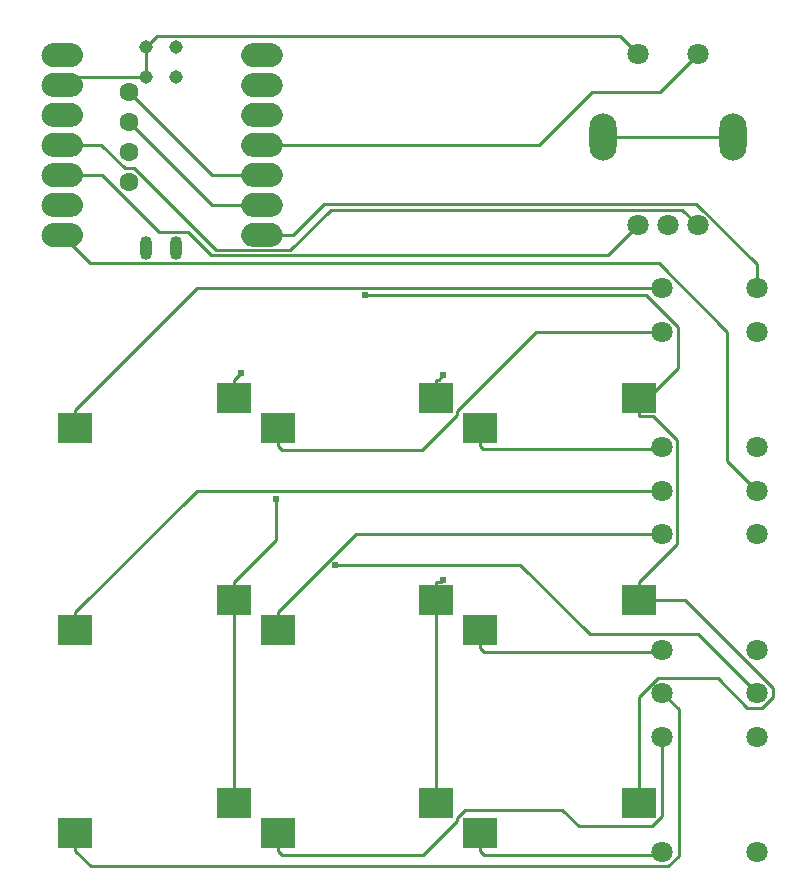
<source format=gbl>
G04 Layer: BottomLayer*
G04 EasyEDA v6.5.47, 2024-10-01 18:36:09*
G04 3ec955026bfb45a2a6d22a94ecb3f8fa,969951738f564c6b9e5867b4eeab67b3,10*
G04 Gerber Generator version 0.2*
G04 Scale: 100 percent, Rotated: No, Reflected: No *
G04 Dimensions in inches *
G04 leading zeros omitted , absolute positions ,3 integer and 6 decimal *
%FSLAX36Y36*%
%MOIN*%

%AMMACRO1*21,1,$1,$2,0,0,$3*%
%ADD10C,0.0100*%
%ADD11O,0.04X0.08*%
%ADD12C,0.0450*%
%ADD13MACRO1,0.1142X0.0984X0.0000*%
%ADD14C,0.0709*%
%ADD15C,0.0630*%
%ADD16O,0.09055099999999999X0.15747999999999998*%
%ADD17C,0.0240*%
%ADD18C,0.0172*%

%LPD*%
D10*
X2712479Y-40000D02*
G01*
X2515709Y156770D01*
X2155450Y156770D01*
X1924709Y387510D01*
X1307370Y387510D01*
X969759Y270000D02*
G01*
X969759Y330219D01*
X969759Y330219D02*
G01*
X1109279Y469740D01*
X1109279Y607609D01*
X969759Y-405000D02*
G01*
X969759Y270000D01*
X969759Y945000D02*
G01*
X969759Y1005219D01*
X991760Y1025949D02*
G01*
X971030Y1005219D01*
X969759Y1005219D01*
X1644759Y270000D02*
G01*
X1644759Y330219D01*
X1644759Y330219D02*
G01*
X1658919Y330219D01*
X1666319Y337620D01*
X1644759Y-405000D02*
G01*
X1644759Y270000D01*
X1644759Y945000D02*
G01*
X1644759Y1005219D01*
X1666319Y1019609D02*
G01*
X1651930Y1005219D01*
X1644759Y1005219D01*
X2319759Y914890D02*
G01*
X2448220Y1043350D01*
X2448220Y1182220D01*
X2343760Y1286680D01*
X1407619Y1286680D01*
X2319759Y914890D02*
G01*
X2319759Y884780D01*
X2319759Y945000D02*
G01*
X2319759Y914890D01*
X2319759Y-405000D02*
G01*
X2319759Y-51799D01*
X2382150Y10590D01*
X2582669Y10590D01*
X2680770Y-87510D01*
X2730760Y-87510D01*
X2765020Y-53249D01*
X2765020Y-23310D01*
X2471710Y270000D01*
X2319759Y270000D01*
X2319759Y270000D02*
G01*
X2319759Y330219D01*
X2319759Y884780D02*
G01*
X2364920Y884780D01*
X2446130Y803569D01*
X2446130Y456590D01*
X2319759Y330219D01*
X1063000Y1787869D02*
G01*
X1985379Y1787869D01*
X2161989Y1964479D01*
X2389049Y1964479D01*
X2515000Y2090430D01*
X2515000Y1519560D02*
G01*
X2463059Y1571500D01*
X1292640Y1571500D01*
X1157550Y1436410D01*
X908800Y1436410D01*
X635880Y1709330D01*
X605999Y1709330D01*
X527460Y1787869D01*
X397010Y1787869D01*
X2315000Y1519560D02*
G01*
X2215770Y1420329D01*
X892479Y1420329D01*
X816469Y1496340D01*
X719389Y1496340D01*
X528260Y1687469D01*
X397010Y1687469D01*
X1790240Y-505000D02*
G01*
X1790240Y-565219D01*
X1790240Y-565219D02*
G01*
X1802740Y-577719D01*
X2389799Y-577719D01*
X2397520Y-570000D01*
X1115240Y-505000D02*
G01*
X1115240Y-565219D01*
X1115240Y-565219D02*
G01*
X1130280Y-580259D01*
X1599030Y-580259D01*
X1712929Y-466359D01*
X1712929Y-455529D01*
X1740150Y-428310D01*
X2064390Y-428310D01*
X2119340Y-483260D01*
X2364639Y-483260D01*
X2397520Y-450380D01*
X2397520Y-185000D01*
X440239Y-505000D02*
G01*
X440239Y-565219D01*
X440239Y-565219D02*
G01*
X491819Y-616799D01*
X2417129Y-616799D01*
X2451549Y-582379D01*
X2451549Y-94029D01*
X2397520Y-40000D01*
X1790240Y170000D02*
G01*
X1790240Y109780D01*
X1790240Y109780D02*
G01*
X1802709Y97310D01*
X2389830Y97310D01*
X2397520Y105000D01*
X1115240Y170000D02*
G01*
X1115240Y230219D01*
X1115240Y230219D02*
G01*
X1375020Y490000D01*
X2397520Y490000D01*
X397010Y1487480D02*
G01*
X490279Y1394209D01*
X2384949Y1394209D01*
X2613990Y1165169D01*
X2613990Y733490D01*
X2712479Y635000D01*
X440239Y170000D02*
G01*
X440239Y230219D01*
X2397520Y635000D02*
G01*
X845020Y635000D01*
X440239Y230219D01*
X1790240Y845000D02*
G01*
X1790240Y784780D01*
X1790240Y784780D02*
G01*
X1801430Y773589D01*
X2391109Y773589D01*
X2397520Y780000D01*
X2397520Y1165000D02*
G01*
X1975929Y1165000D01*
X1712929Y901999D01*
X1712929Y888400D01*
X1596069Y771540D01*
X1128479Y771540D01*
X1115240Y784780D01*
X1115240Y845000D02*
G01*
X1115240Y784780D01*
X620000Y1965000D02*
G01*
X897129Y1687869D01*
X1063000Y1687869D01*
X1063000Y1587869D02*
G01*
X897129Y1587869D01*
X620000Y1865000D01*
X2315000Y2090430D02*
G01*
X2255479Y2149949D01*
X713130Y2149949D01*
X677899Y2114720D01*
X2631540Y1814839D02*
G01*
X2198469Y1814839D01*
X677899Y2114720D02*
G01*
X677899Y2014720D01*
X397010Y1987869D02*
G01*
X423859Y2014720D01*
X677899Y2014720D01*
X2712479Y1310000D02*
G01*
X2712479Y1390039D01*
X2510720Y1591799D01*
X1269279Y1591799D01*
X1165349Y1487869D01*
X1063000Y1487869D01*
X440239Y845000D02*
G01*
X440239Y905219D01*
X440239Y905219D02*
G01*
X845020Y1310000D01*
X2397520Y1310000D01*
D11*
G01*
X777849Y1445270D03*
G01*
X677460Y1445270D03*
D12*
G01*
X777899Y2114720D03*
G01*
X777899Y2014720D03*
G01*
X677899Y2014720D03*
G01*
X677899Y2114720D03*
D13*
G01*
X440239Y845000D03*
G01*
X969759Y945000D03*
G01*
X1115239Y845000D03*
G01*
X1644759Y945000D03*
G01*
X1790239Y845000D03*
G01*
X2319759Y945000D03*
G01*
X440239Y170000D03*
G01*
X969759Y270000D03*
G01*
X1115239Y170000D03*
G01*
X1644759Y270000D03*
G01*
X1790239Y170000D03*
G01*
X2319759Y270000D03*
G01*
X440239Y-505000D03*
G01*
X969759Y-405000D03*
G01*
X1115239Y-505000D03*
G01*
X1644759Y-405000D03*
G01*
X1790239Y-505000D03*
G01*
X2319759Y-405000D03*
G36*
X426556Y2048355D02*
G01*
X428517Y2048404D01*
X430473Y2048551D01*
X432420Y2048795D01*
X434353Y2049135D01*
X436266Y2049571D01*
X438155Y2050102D01*
X440014Y2050727D01*
X441840Y2051444D01*
X443629Y2052251D01*
X445374Y2053146D01*
X447073Y2054128D01*
X448722Y2055192D01*
X450315Y2056338D01*
X451849Y2057561D01*
X453321Y2058859D01*
X454724Y2060228D01*
X456060Y2061667D01*
X457321Y2063171D01*
X458506Y2064735D01*
X459610Y2066356D01*
X460634Y2068029D01*
X461572Y2069753D01*
X462424Y2071520D01*
X463186Y2073328D01*
X463856Y2075172D01*
X464434Y2077046D01*
X464918Y2078948D01*
X465308Y2080871D01*
X465601Y2082811D01*
X465796Y2084764D01*
X465893Y2086723D01*
X465893Y2088685D01*
X465796Y2090646D01*
X465601Y2092597D01*
X465308Y2094537D01*
X464918Y2096460D01*
X464434Y2098362D01*
X463856Y2100237D01*
X463186Y2102080D01*
X462424Y2103888D01*
X461572Y2105657D01*
X460634Y2107379D01*
X459610Y2109054D01*
X458506Y2110675D01*
X457321Y2112238D01*
X456060Y2113742D01*
X454724Y2115180D01*
X453321Y2116550D01*
X451849Y2117849D01*
X450315Y2119072D01*
X448722Y2120216D01*
X447073Y2121282D01*
X445374Y2122262D01*
X443629Y2123157D01*
X441840Y2123964D01*
X440014Y2124681D01*
X438155Y2125306D01*
X436266Y2125837D01*
X434353Y2126275D01*
X432420Y2126615D01*
X430473Y2126858D01*
X428517Y2127006D01*
X426556Y2127055D01*
X367460Y2127055D01*
X365498Y2127006D01*
X363542Y2126858D01*
X361595Y2126615D01*
X359663Y2126275D01*
X357750Y2125837D01*
X355860Y2125306D01*
X354002Y2124681D01*
X352175Y2123964D01*
X350387Y2123157D01*
X348640Y2122262D01*
X346941Y2121282D01*
X345293Y2120216D01*
X343699Y2119072D01*
X342166Y2117849D01*
X340695Y2116550D01*
X339290Y2115180D01*
X337955Y2113742D01*
X336694Y2112238D01*
X335509Y2110675D01*
X334405Y2109054D01*
X333382Y2107379D01*
X332444Y2105657D01*
X331592Y2103888D01*
X330830Y2102080D01*
X330158Y2100237D01*
X329580Y2098362D01*
X329097Y2096460D01*
X328708Y2094537D01*
X328414Y2092597D01*
X328220Y2090646D01*
X328121Y2088685D01*
X328121Y2086723D01*
X328220Y2084764D01*
X328414Y2082811D01*
X328708Y2080871D01*
X329097Y2078948D01*
X329580Y2077046D01*
X330158Y2075172D01*
X330830Y2073328D01*
X331592Y2071520D01*
X332444Y2069753D01*
X333382Y2068029D01*
X334405Y2066356D01*
X335509Y2064735D01*
X336694Y2063171D01*
X337955Y2061667D01*
X339290Y2060228D01*
X340695Y2058859D01*
X342166Y2057561D01*
X343699Y2056338D01*
X345293Y2055192D01*
X346941Y2054128D01*
X348640Y2053146D01*
X350387Y2052251D01*
X352175Y2051444D01*
X354002Y2050727D01*
X355860Y2050102D01*
X357750Y2049571D01*
X359663Y2049135D01*
X361595Y2048795D01*
X363542Y2048551D01*
X365498Y2048404D01*
X367460Y2048355D01*
G37*
G36*
X1092539Y2048355D02*
G01*
X1094501Y2048404D01*
X1096458Y2048551D01*
X1098405Y2048795D01*
X1100336Y2049135D01*
X1102250Y2049571D01*
X1104138Y2050102D01*
X1105997Y2050727D01*
X1107825Y2051444D01*
X1109612Y2052251D01*
X1111359Y2053146D01*
X1113058Y2054128D01*
X1114706Y2055192D01*
X1116300Y2056338D01*
X1117834Y2057561D01*
X1119305Y2058859D01*
X1120708Y2060228D01*
X1122043Y2061667D01*
X1123305Y2063171D01*
X1124489Y2064735D01*
X1125595Y2066356D01*
X1126617Y2068029D01*
X1127556Y2069753D01*
X1128407Y2071520D01*
X1129170Y2073328D01*
X1129840Y2075172D01*
X1130419Y2077046D01*
X1130902Y2078948D01*
X1131292Y2080871D01*
X1131584Y2082811D01*
X1131779Y2084764D01*
X1131877Y2086723D01*
X1131877Y2088685D01*
X1131779Y2090646D01*
X1131584Y2092597D01*
X1131292Y2094537D01*
X1130902Y2096460D01*
X1130419Y2098362D01*
X1129840Y2100237D01*
X1129170Y2102080D01*
X1128407Y2103888D01*
X1127556Y2105657D01*
X1126617Y2107379D01*
X1125595Y2109054D01*
X1124489Y2110675D01*
X1123305Y2112238D01*
X1122043Y2113742D01*
X1120708Y2115180D01*
X1119305Y2116550D01*
X1117834Y2117849D01*
X1116300Y2119072D01*
X1114706Y2120216D01*
X1113058Y2121282D01*
X1111359Y2122262D01*
X1109612Y2123157D01*
X1107825Y2123964D01*
X1105997Y2124681D01*
X1104138Y2125306D01*
X1102250Y2125837D01*
X1100336Y2126275D01*
X1098405Y2126615D01*
X1096458Y2126858D01*
X1094501Y2127006D01*
X1092539Y2127055D01*
X1033443Y2127055D01*
X1031482Y2127006D01*
X1029525Y2126858D01*
X1027578Y2126615D01*
X1025646Y2126275D01*
X1023734Y2125837D01*
X1021845Y2125306D01*
X1019985Y2124681D01*
X1018158Y2123964D01*
X1016370Y2123157D01*
X1014624Y2122262D01*
X1012925Y2121282D01*
X1011277Y2120216D01*
X1009683Y2119072D01*
X1008149Y2117849D01*
X1006679Y2116550D01*
X1005275Y2115180D01*
X1003940Y2113742D01*
X1002678Y2112238D01*
X1001494Y2110675D01*
X1000388Y2109054D01*
X999366Y2107379D01*
X998428Y2105657D01*
X997575Y2103888D01*
X996814Y2102080D01*
X996143Y2100237D01*
X995564Y2098362D01*
X995081Y2096460D01*
X994691Y2094537D01*
X994399Y2092597D01*
X994203Y2090646D01*
X994106Y2088685D01*
X994106Y2086723D01*
X994203Y2084764D01*
X994399Y2082811D01*
X994691Y2080871D01*
X995081Y2078948D01*
X995564Y2077046D01*
X996143Y2075172D01*
X996814Y2073328D01*
X997575Y2071520D01*
X998428Y2069753D01*
X999366Y2068029D01*
X1000388Y2066356D01*
X1001494Y2064735D01*
X1002678Y2063171D01*
X1003940Y2061667D01*
X1005275Y2060228D01*
X1006679Y2058859D01*
X1008149Y2057561D01*
X1009683Y2056338D01*
X1011277Y2055192D01*
X1012925Y2054128D01*
X1014624Y2053146D01*
X1016370Y2052251D01*
X1018158Y2051444D01*
X1019985Y2050727D01*
X1021845Y2050102D01*
X1023734Y2049571D01*
X1025646Y2049135D01*
X1027578Y2048795D01*
X1029525Y2048551D01*
X1031482Y2048404D01*
X1033443Y2048355D01*
G37*
G36*
X1092547Y1948130D02*
G01*
X1094507Y1948177D01*
X1096464Y1948330D01*
X1098411Y1948566D01*
X1100343Y1948910D01*
X1102256Y1949346D01*
X1104144Y1949879D01*
X1106004Y1950504D01*
X1107831Y1951219D01*
X1109619Y1952026D01*
X1111365Y1952921D01*
X1113065Y1953901D01*
X1114714Y1954969D01*
X1116307Y1956111D01*
X1117840Y1957334D01*
X1119310Y1958638D01*
X1120717Y1960005D01*
X1122052Y1961446D01*
X1123311Y1962948D01*
X1124498Y1964508D01*
X1125601Y1966129D01*
X1126625Y1967804D01*
X1127561Y1969526D01*
X1128414Y1971293D01*
X1129176Y1973103D01*
X1129849Y1974946D01*
X1130426Y1976821D01*
X1130910Y1978721D01*
X1131298Y1980648D01*
X1131590Y1982586D01*
X1131787Y1984535D01*
X1131886Y1986500D01*
X1131886Y1988458D01*
X1131787Y1990421D01*
X1131590Y1992370D01*
X1131298Y1994312D01*
X1130910Y1996237D01*
X1130426Y1998139D01*
X1129849Y2000014D01*
X1129176Y2001855D01*
X1128414Y2003663D01*
X1127561Y2005432D01*
X1126625Y2007154D01*
X1125601Y2008829D01*
X1124498Y2010450D01*
X1123311Y2012015D01*
X1122052Y2013519D01*
X1120717Y2014955D01*
X1119310Y2016327D01*
X1117840Y2017624D01*
X1116307Y2018847D01*
X1114714Y2019989D01*
X1113065Y2021057D01*
X1111365Y2022035D01*
X1109619Y2022932D01*
X1107831Y2023739D01*
X1106004Y2024454D01*
X1104144Y2025079D01*
X1102256Y2025612D01*
X1100343Y2026048D01*
X1098411Y2026390D01*
X1096464Y2026635D01*
X1094507Y2026781D01*
X1092547Y2026830D01*
X1033450Y2026830D01*
X1031490Y2026781D01*
X1029534Y2026635D01*
X1027587Y2026390D01*
X1025654Y2026048D01*
X1023739Y2025612D01*
X1021851Y2025079D01*
X1019993Y2024454D01*
X1018167Y2023739D01*
X1016374Y2022932D01*
X1014633Y2022035D01*
X1012933Y2021057D01*
X1011283Y2019989D01*
X1009691Y2018847D01*
X1008158Y2017624D01*
X1006683Y2016327D01*
X1005282Y2014955D01*
X1003946Y2013519D01*
X1002686Y2012015D01*
X1001500Y2010450D01*
X1000394Y2008829D01*
X999372Y2007154D01*
X998434Y2005432D01*
X997583Y2003663D01*
X996819Y2001855D01*
X996148Y2000014D01*
X995573Y1998139D01*
X995087Y1996237D01*
X994697Y1994312D01*
X994405Y1992370D01*
X994210Y1990421D01*
X994113Y1988458D01*
X994113Y1986500D01*
X994210Y1984535D01*
X994405Y1982586D01*
X994697Y1980648D01*
X995087Y1978721D01*
X995573Y1976821D01*
X996148Y1974946D01*
X996819Y1973103D01*
X997583Y1971293D01*
X998434Y1969526D01*
X999372Y1967804D01*
X1000394Y1966129D01*
X1001500Y1964508D01*
X1002686Y1962948D01*
X1003946Y1961446D01*
X1005282Y1960005D01*
X1006683Y1958638D01*
X1008158Y1957334D01*
X1009691Y1956111D01*
X1011283Y1954969D01*
X1012933Y1953901D01*
X1014633Y1952921D01*
X1016374Y1952026D01*
X1018167Y1951219D01*
X1019993Y1950504D01*
X1021851Y1949879D01*
X1023739Y1949346D01*
X1025654Y1948910D01*
X1027587Y1948566D01*
X1029534Y1948330D01*
X1031490Y1948177D01*
X1033450Y1948130D01*
G37*
G36*
X1092547Y1848524D02*
G01*
X1094508Y1848571D01*
X1096466Y1848724D01*
X1098414Y1848960D01*
X1100343Y1849304D01*
X1102256Y1849740D01*
X1104147Y1850273D01*
X1106004Y1850898D01*
X1107834Y1851613D01*
X1109620Y1852420D01*
X1111367Y1853314D01*
X1113068Y1854295D01*
X1114715Y1855363D01*
X1116310Y1856505D01*
X1117843Y1857728D01*
X1119312Y1859032D01*
X1120717Y1860399D01*
X1122053Y1861840D01*
X1123312Y1863341D01*
X1124499Y1864902D01*
X1125604Y1866523D01*
X1126626Y1868198D01*
X1127563Y1869920D01*
X1128415Y1871687D01*
X1129176Y1873497D01*
X1129850Y1875340D01*
X1130426Y1877215D01*
X1130911Y1879115D01*
X1131301Y1881042D01*
X1131593Y1882979D01*
X1131787Y1884929D01*
X1131886Y1886894D01*
X1131886Y1888852D01*
X1131787Y1890814D01*
X1131593Y1892764D01*
X1131301Y1894706D01*
X1130911Y1896631D01*
X1130426Y1898533D01*
X1129850Y1900408D01*
X1129176Y1902249D01*
X1128415Y1904056D01*
X1127563Y1905826D01*
X1126626Y1907548D01*
X1125604Y1909223D01*
X1124499Y1910844D01*
X1123312Y1912408D01*
X1122053Y1913912D01*
X1120717Y1915349D01*
X1119312Y1916720D01*
X1117843Y1918018D01*
X1116310Y1919241D01*
X1114715Y1920383D01*
X1113068Y1921451D01*
X1111367Y1922429D01*
X1109620Y1923326D01*
X1107834Y1924133D01*
X1106004Y1924848D01*
X1104147Y1925473D01*
X1102256Y1926006D01*
X1100343Y1926442D01*
X1098414Y1926783D01*
X1096466Y1927029D01*
X1094508Y1927175D01*
X1092547Y1927224D01*
X1033450Y1927224D01*
X1031491Y1927175D01*
X1029535Y1927029D01*
X1027588Y1926783D01*
X1025654Y1926442D01*
X1023741Y1926006D01*
X1021854Y1925473D01*
X1019993Y1924848D01*
X1018168Y1924133D01*
X1016376Y1923326D01*
X1014634Y1922429D01*
X1012933Y1921451D01*
X1011284Y1920383D01*
X1009691Y1919241D01*
X1008159Y1918018D01*
X1006683Y1916720D01*
X1005282Y1915349D01*
X1003948Y1913912D01*
X1002687Y1912408D01*
X1001503Y1910844D01*
X1000397Y1909223D01*
X999373Y1907548D01*
X998434Y1905826D01*
X997583Y1904056D01*
X996820Y1902249D01*
X996148Y1900408D01*
X995573Y1898533D01*
X995088Y1896631D01*
X994700Y1894706D01*
X994408Y1892764D01*
X994210Y1890814D01*
X994113Y1888852D01*
X994113Y1886894D01*
X994210Y1884929D01*
X994408Y1882979D01*
X994700Y1881042D01*
X995088Y1879115D01*
X995573Y1877215D01*
X996148Y1875340D01*
X996820Y1873497D01*
X997583Y1871687D01*
X998434Y1869920D01*
X999373Y1868198D01*
X1000397Y1866523D01*
X1001503Y1864902D01*
X1002687Y1863341D01*
X1003948Y1861840D01*
X1005282Y1860399D01*
X1006683Y1859032D01*
X1008159Y1857728D01*
X1009691Y1856505D01*
X1011284Y1855363D01*
X1012933Y1854295D01*
X1014634Y1853314D01*
X1016376Y1852420D01*
X1018168Y1851613D01*
X1019993Y1850898D01*
X1021854Y1850273D01*
X1023741Y1849740D01*
X1025654Y1849304D01*
X1027588Y1848960D01*
X1029535Y1848724D01*
X1031491Y1848571D01*
X1033450Y1848524D01*
G37*
G36*
X1092547Y1748523D02*
G01*
X1094507Y1748571D01*
X1096466Y1748724D01*
X1098413Y1748960D01*
X1100343Y1749304D01*
X1102256Y1749740D01*
X1104144Y1750273D01*
X1106004Y1750898D01*
X1107833Y1751612D01*
X1109620Y1752420D01*
X1111367Y1753314D01*
X1113065Y1754295D01*
X1114714Y1755362D01*
X1116307Y1756505D01*
X1117842Y1757728D01*
X1119312Y1759032D01*
X1120717Y1760398D01*
X1122052Y1761840D01*
X1123311Y1763341D01*
X1124498Y1764902D01*
X1125601Y1766523D01*
X1126625Y1768197D01*
X1127563Y1769920D01*
X1128415Y1771687D01*
X1129176Y1773496D01*
X1129849Y1775340D01*
X1130426Y1777215D01*
X1130910Y1779115D01*
X1131298Y1781041D01*
X1131592Y1782979D01*
X1131787Y1784929D01*
X1131886Y1786894D01*
X1131886Y1788852D01*
X1131787Y1790814D01*
X1131592Y1792764D01*
X1131298Y1794706D01*
X1130910Y1796630D01*
X1130426Y1798532D01*
X1129849Y1800407D01*
X1129176Y1802249D01*
X1128415Y1804056D01*
X1127563Y1805826D01*
X1126625Y1807548D01*
X1125601Y1809223D01*
X1124498Y1810844D01*
X1123311Y1812408D01*
X1122052Y1813912D01*
X1120717Y1815349D01*
X1119312Y1816720D01*
X1117842Y1818018D01*
X1116307Y1819241D01*
X1114714Y1820383D01*
X1113065Y1821451D01*
X1111367Y1822429D01*
X1109620Y1823326D01*
X1107833Y1824133D01*
X1106004Y1824848D01*
X1104144Y1825473D01*
X1102256Y1826005D01*
X1100343Y1826442D01*
X1098413Y1826783D01*
X1096466Y1827028D01*
X1094507Y1827175D01*
X1092547Y1827224D01*
X1033450Y1827224D01*
X1031490Y1827175D01*
X1029534Y1827028D01*
X1027587Y1826783D01*
X1025654Y1826442D01*
X1023741Y1826005D01*
X1021851Y1825473D01*
X1019993Y1824848D01*
X1018167Y1824133D01*
X1016376Y1823326D01*
X1014633Y1822429D01*
X1012933Y1821451D01*
X1011283Y1820383D01*
X1009691Y1819241D01*
X1008158Y1818018D01*
X1006683Y1816720D01*
X1005282Y1815349D01*
X1003948Y1813912D01*
X1002686Y1812408D01*
X1001502Y1810844D01*
X1000394Y1809223D01*
X999372Y1807548D01*
X998434Y1805826D01*
X997583Y1804056D01*
X996820Y1802249D01*
X996148Y1800407D01*
X995573Y1798532D01*
X995087Y1796630D01*
X994699Y1794706D01*
X994405Y1792764D01*
X994210Y1790814D01*
X994113Y1788852D01*
X994113Y1786894D01*
X994210Y1784929D01*
X994405Y1782979D01*
X994699Y1781041D01*
X995087Y1779115D01*
X995573Y1777215D01*
X996148Y1775340D01*
X996820Y1773496D01*
X997583Y1771687D01*
X998434Y1769920D01*
X999372Y1768197D01*
X1000394Y1766523D01*
X1001502Y1764902D01*
X1002686Y1763341D01*
X1003948Y1761840D01*
X1005282Y1760398D01*
X1006683Y1759032D01*
X1008158Y1757728D01*
X1009691Y1756505D01*
X1011283Y1755362D01*
X1012933Y1754295D01*
X1014633Y1753314D01*
X1016376Y1752420D01*
X1018167Y1751612D01*
X1019993Y1750898D01*
X1021851Y1750273D01*
X1023741Y1749740D01*
X1025654Y1749304D01*
X1027587Y1748960D01*
X1029534Y1748724D01*
X1031490Y1748571D01*
X1033450Y1748523D01*
G37*
G36*
X1092548Y1648524D02*
G01*
X1094508Y1648571D01*
X1096468Y1648724D01*
X1098415Y1648960D01*
X1100345Y1649304D01*
X1102259Y1649740D01*
X1104147Y1650273D01*
X1106006Y1650898D01*
X1107834Y1651613D01*
X1109621Y1652420D01*
X1111369Y1653314D01*
X1113068Y1654295D01*
X1114715Y1655363D01*
X1116310Y1656505D01*
X1117843Y1657728D01*
X1119314Y1659032D01*
X1120718Y1660399D01*
X1122053Y1661840D01*
X1123312Y1663341D01*
X1124499Y1664902D01*
X1125604Y1666523D01*
X1126626Y1668198D01*
X1127565Y1669920D01*
X1128416Y1671687D01*
X1129179Y1673497D01*
X1129850Y1675340D01*
X1130429Y1677215D01*
X1130911Y1679115D01*
X1131301Y1681042D01*
X1131593Y1682979D01*
X1131788Y1684929D01*
X1131887Y1686894D01*
X1131887Y1688852D01*
X1131788Y1690814D01*
X1131593Y1692764D01*
X1131301Y1694706D01*
X1130911Y1696631D01*
X1130429Y1698533D01*
X1129850Y1700408D01*
X1129179Y1702249D01*
X1128416Y1704056D01*
X1127565Y1705826D01*
X1126626Y1707548D01*
X1125604Y1709223D01*
X1124499Y1710844D01*
X1123312Y1712408D01*
X1122053Y1713912D01*
X1120718Y1715349D01*
X1119314Y1716720D01*
X1117843Y1718018D01*
X1116310Y1719241D01*
X1114715Y1720383D01*
X1113068Y1721451D01*
X1111369Y1722429D01*
X1109621Y1723326D01*
X1107834Y1724133D01*
X1106006Y1724848D01*
X1104147Y1725473D01*
X1102259Y1726006D01*
X1100345Y1726442D01*
X1098415Y1726783D01*
X1096468Y1727029D01*
X1094508Y1727175D01*
X1092548Y1727224D01*
X1033452Y1727224D01*
X1031491Y1727175D01*
X1029535Y1727029D01*
X1027588Y1726783D01*
X1025655Y1726442D01*
X1023743Y1726006D01*
X1021854Y1725473D01*
X1019994Y1724848D01*
X1018170Y1724133D01*
X1016378Y1723326D01*
X1014634Y1722429D01*
X1012935Y1721451D01*
X1011286Y1720383D01*
X1009693Y1719241D01*
X1008161Y1718018D01*
X1006685Y1716720D01*
X1005285Y1715349D01*
X1003950Y1713912D01*
X1002687Y1712408D01*
X1001504Y1710844D01*
X1000397Y1709223D01*
X999375Y1707548D01*
X998437Y1705826D01*
X997584Y1704056D01*
X996823Y1702249D01*
X996150Y1700408D01*
X995574Y1698533D01*
X995088Y1696631D01*
X994700Y1694706D01*
X994408Y1692764D01*
X994212Y1690814D01*
X994116Y1688852D01*
X994116Y1686894D01*
X994212Y1684929D01*
X994408Y1682979D01*
X994700Y1681042D01*
X995088Y1679115D01*
X995574Y1677215D01*
X996150Y1675340D01*
X996823Y1673497D01*
X997584Y1671687D01*
X998437Y1669920D01*
X999375Y1668198D01*
X1000397Y1666523D01*
X1001504Y1664902D01*
X1002687Y1663341D01*
X1003950Y1661840D01*
X1005285Y1660399D01*
X1006685Y1659032D01*
X1008161Y1657728D01*
X1009693Y1656505D01*
X1011286Y1655363D01*
X1012935Y1654295D01*
X1014634Y1653314D01*
X1016378Y1652420D01*
X1018170Y1651613D01*
X1019994Y1650898D01*
X1021854Y1650273D01*
X1023743Y1649740D01*
X1025655Y1649304D01*
X1027588Y1648960D01*
X1029535Y1648724D01*
X1031491Y1648571D01*
X1033452Y1648524D01*
G37*
G36*
X1092548Y1548524D02*
G01*
X1094507Y1548571D01*
X1096469Y1548724D01*
X1098414Y1548960D01*
X1100348Y1549304D01*
X1102259Y1549740D01*
X1104146Y1550273D01*
X1106009Y1550898D01*
X1107833Y1551613D01*
X1109621Y1552420D01*
X1111370Y1553314D01*
X1113065Y1554295D01*
X1114714Y1555363D01*
X1116307Y1556505D01*
X1117842Y1557728D01*
X1119314Y1559032D01*
X1120718Y1560399D01*
X1122052Y1561840D01*
X1123311Y1563341D01*
X1124498Y1564902D01*
X1125601Y1566523D01*
X1126625Y1568198D01*
X1127566Y1569920D01*
X1128416Y1571687D01*
X1129179Y1573497D01*
X1129849Y1575340D01*
X1130429Y1577215D01*
X1130910Y1579115D01*
X1131298Y1581042D01*
X1131592Y1582979D01*
X1131787Y1584929D01*
X1131887Y1586894D01*
X1131887Y1588852D01*
X1131787Y1590814D01*
X1131592Y1592764D01*
X1131298Y1594706D01*
X1130910Y1596631D01*
X1130429Y1598533D01*
X1129849Y1600408D01*
X1129179Y1602249D01*
X1128416Y1604056D01*
X1127566Y1605826D01*
X1126625Y1607548D01*
X1125601Y1609223D01*
X1124498Y1610844D01*
X1123311Y1612408D01*
X1122052Y1613912D01*
X1120718Y1615349D01*
X1119314Y1616720D01*
X1117842Y1618018D01*
X1116307Y1619241D01*
X1114714Y1620383D01*
X1113065Y1621451D01*
X1111370Y1622429D01*
X1109621Y1623326D01*
X1107833Y1624133D01*
X1106009Y1624848D01*
X1104146Y1625473D01*
X1102259Y1626006D01*
X1100348Y1626442D01*
X1098414Y1626783D01*
X1096469Y1627029D01*
X1094507Y1627175D01*
X1092548Y1627224D01*
X1033455Y1627224D01*
X1031490Y1627175D01*
X1029534Y1627029D01*
X1027587Y1626783D01*
X1025655Y1626442D01*
X1023743Y1626006D01*
X1021851Y1625473D01*
X1019993Y1624848D01*
X1018167Y1624133D01*
X1016379Y1623326D01*
X1014633Y1622429D01*
X1012938Y1621451D01*
X1011283Y1620383D01*
X1009693Y1619241D01*
X1008158Y1618018D01*
X1006688Y1616720D01*
X1005282Y1615349D01*
X1003951Y1613912D01*
X1002686Y1612408D01*
X1001503Y1610844D01*
X1000396Y1609223D01*
X999372Y1607548D01*
X998434Y1605826D01*
X997584Y1604056D01*
X996823Y1602249D01*
X996153Y1600408D01*
X995573Y1598533D01*
X995087Y1596631D01*
X994699Y1594706D01*
X994405Y1592764D01*
X994215Y1590814D01*
X994116Y1588852D01*
X994116Y1586894D01*
X994215Y1584929D01*
X994405Y1582979D01*
X994699Y1581042D01*
X995087Y1579115D01*
X995573Y1577215D01*
X996153Y1575340D01*
X996823Y1573497D01*
X997584Y1571687D01*
X998434Y1569920D01*
X999372Y1568198D01*
X1000396Y1566523D01*
X1001503Y1564902D01*
X1002686Y1563341D01*
X1003951Y1561840D01*
X1005282Y1560399D01*
X1006688Y1559032D01*
X1008158Y1557728D01*
X1009693Y1556505D01*
X1011283Y1555363D01*
X1012938Y1554295D01*
X1014633Y1553314D01*
X1016379Y1552420D01*
X1018167Y1551613D01*
X1019993Y1550898D01*
X1021851Y1550273D01*
X1023743Y1549740D01*
X1025655Y1549304D01*
X1027587Y1548960D01*
X1029534Y1548724D01*
X1031490Y1548571D01*
X1033455Y1548524D01*
G37*
G36*
X1092548Y1448526D02*
G01*
X1094507Y1448571D01*
X1096469Y1448726D01*
X1098413Y1448960D01*
X1100348Y1449306D01*
X1102259Y1449740D01*
X1104146Y1450275D01*
X1106009Y1450900D01*
X1107833Y1451615D01*
X1109621Y1452422D01*
X1111370Y1453315D01*
X1113067Y1454297D01*
X1114714Y1455365D01*
X1116307Y1456507D01*
X1117842Y1457728D01*
X1119314Y1459034D01*
X1120718Y1460401D01*
X1122052Y1461842D01*
X1123311Y1463342D01*
X1124498Y1464902D01*
X1125603Y1466525D01*
X1126625Y1468200D01*
X1127566Y1469922D01*
X1128416Y1471687D01*
X1129179Y1473499D01*
X1129849Y1475340D01*
X1130429Y1477215D01*
X1130910Y1479115D01*
X1131298Y1481042D01*
X1131592Y1482980D01*
X1131787Y1484931D01*
X1131887Y1486896D01*
X1131887Y1488852D01*
X1131787Y1490815D01*
X1131592Y1492766D01*
X1131298Y1494706D01*
X1130910Y1496633D01*
X1130429Y1498533D01*
X1129849Y1500408D01*
X1129179Y1502249D01*
X1128416Y1504056D01*
X1127566Y1505826D01*
X1126625Y1507548D01*
X1125603Y1509223D01*
X1124498Y1510844D01*
X1123311Y1512409D01*
X1122052Y1513913D01*
X1120718Y1515349D01*
X1119314Y1516721D01*
X1117842Y1518018D01*
X1116307Y1519241D01*
X1114714Y1520383D01*
X1113067Y1521451D01*
X1111370Y1522431D01*
X1109621Y1523326D01*
X1107833Y1524133D01*
X1106009Y1524848D01*
X1104146Y1525473D01*
X1102259Y1526008D01*
X1100348Y1526442D01*
X1098413Y1526784D01*
X1096469Y1527029D01*
X1094507Y1527177D01*
X1092548Y1527224D01*
X1033455Y1527224D01*
X1031490Y1527177D01*
X1029534Y1527029D01*
X1027587Y1526784D01*
X1025655Y1526442D01*
X1023743Y1526008D01*
X1021853Y1525473D01*
X1019993Y1524848D01*
X1018167Y1524133D01*
X1016379Y1523326D01*
X1014633Y1522431D01*
X1012938Y1521451D01*
X1011283Y1520383D01*
X1009693Y1519241D01*
X1008158Y1518018D01*
X1006688Y1516721D01*
X1005282Y1515349D01*
X1003951Y1513913D01*
X1002686Y1512409D01*
X1001503Y1510844D01*
X1000396Y1509223D01*
X999372Y1507548D01*
X998434Y1505826D01*
X997584Y1504056D01*
X996823Y1502249D01*
X996153Y1500408D01*
X995573Y1498533D01*
X995087Y1496633D01*
X994699Y1494706D01*
X994405Y1492766D01*
X994215Y1490815D01*
X994116Y1488852D01*
X994116Y1486896D01*
X994215Y1484931D01*
X994405Y1482980D01*
X994699Y1481042D01*
X995087Y1479115D01*
X995573Y1477215D01*
X996153Y1475340D01*
X996823Y1473499D01*
X997584Y1471687D01*
X998434Y1469922D01*
X999372Y1468200D01*
X1000396Y1466525D01*
X1001503Y1464902D01*
X1002686Y1463342D01*
X1003951Y1461842D01*
X1005282Y1460401D01*
X1006688Y1459034D01*
X1008158Y1457728D01*
X1009693Y1456507D01*
X1011283Y1455365D01*
X1012938Y1454297D01*
X1014633Y1453315D01*
X1016379Y1452422D01*
X1018167Y1451615D01*
X1019993Y1450900D01*
X1021853Y1450275D01*
X1023743Y1449740D01*
X1025655Y1449306D01*
X1027587Y1448960D01*
X1029534Y1448726D01*
X1031490Y1448571D01*
X1033455Y1448526D01*
G37*
G36*
X367460Y1948526D02*
G01*
X365498Y1948571D01*
X363539Y1948728D01*
X361597Y1948960D01*
X359663Y1949308D01*
X357752Y1949740D01*
X355864Y1950277D01*
X354002Y1950902D01*
X352177Y1951615D01*
X350387Y1952424D01*
X348640Y1953317D01*
X346941Y1954299D01*
X345297Y1955365D01*
X343703Y1956509D01*
X342168Y1957728D01*
X340695Y1959036D01*
X339292Y1960401D01*
X337957Y1961844D01*
X336696Y1963344D01*
X335511Y1964902D01*
X334405Y1966527D01*
X333386Y1968200D01*
X332444Y1969924D01*
X331592Y1971687D01*
X330832Y1973499D01*
X330162Y1975342D01*
X329582Y1977217D01*
X329097Y1979115D01*
X328712Y1981044D01*
X328418Y1982982D01*
X328225Y1984933D01*
X328123Y1986896D01*
X328123Y1988852D01*
X328225Y1990817D01*
X328418Y1992768D01*
X328712Y1994708D01*
X329097Y1996633D01*
X329582Y1998535D01*
X330162Y2000410D01*
X330832Y2002249D01*
X331592Y2004059D01*
X332444Y2005826D01*
X333386Y2007548D01*
X334405Y2009223D01*
X335511Y2010844D01*
X336696Y2012411D01*
X337957Y2013915D01*
X339292Y2015351D01*
X340695Y2016723D01*
X342168Y2018018D01*
X343703Y2019241D01*
X345297Y2020383D01*
X346941Y2021451D01*
X348640Y2022433D01*
X350387Y2023326D01*
X352177Y2024133D01*
X354002Y2024848D01*
X355864Y2025473D01*
X357752Y2026008D01*
X359663Y2026442D01*
X361597Y2026786D01*
X363539Y2027031D01*
X365498Y2027179D01*
X367460Y2027226D01*
X426550Y2027226D01*
X428515Y2027179D01*
X430470Y2027031D01*
X432417Y2026786D01*
X434346Y2026442D01*
X436264Y2026008D01*
X438150Y2025473D01*
X440012Y2024848D01*
X441837Y2024133D01*
X443622Y2023326D01*
X445372Y2022433D01*
X447067Y2021451D01*
X448721Y2020383D01*
X450309Y2019241D01*
X451846Y2018018D01*
X453317Y2016723D01*
X454720Y2015351D01*
X456051Y2013915D01*
X457319Y2012411D01*
X458501Y2010844D01*
X459607Y2009223D01*
X460632Y2007548D01*
X461568Y2005826D01*
X462417Y2004059D01*
X463182Y2002249D01*
X463852Y2000410D01*
X464432Y1998535D01*
X464917Y1996633D01*
X465304Y1994708D01*
X465596Y1992768D01*
X465790Y1990817D01*
X465889Y1988852D01*
X465889Y1986896D01*
X465790Y1984933D01*
X465596Y1982982D01*
X465304Y1981044D01*
X464917Y1979115D01*
X464432Y1977217D01*
X463852Y1975342D01*
X463182Y1973499D01*
X462417Y1971687D01*
X461568Y1969924D01*
X460632Y1968200D01*
X459607Y1966527D01*
X458501Y1964902D01*
X457319Y1963344D01*
X456051Y1961844D01*
X454720Y1960401D01*
X453317Y1959036D01*
X451846Y1957728D01*
X450309Y1956509D01*
X448721Y1955365D01*
X447067Y1954299D01*
X445372Y1953317D01*
X443622Y1952424D01*
X441837Y1951615D01*
X440012Y1950902D01*
X438150Y1950277D01*
X436264Y1949740D01*
X434346Y1949308D01*
X432417Y1948960D01*
X430470Y1948728D01*
X428515Y1948571D01*
X426550Y1948526D01*
G37*
G36*
X367460Y1848526D02*
G01*
X365497Y1848571D01*
X363539Y1848728D01*
X361597Y1848960D01*
X359663Y1849308D01*
X357752Y1849740D01*
X355864Y1850277D01*
X354002Y1850902D01*
X352177Y1851615D01*
X350387Y1852424D01*
X348640Y1853317D01*
X346941Y1854299D01*
X345297Y1855365D01*
X343703Y1856509D01*
X342168Y1857728D01*
X340695Y1859036D01*
X339292Y1860401D01*
X337957Y1861844D01*
X336696Y1863344D01*
X335511Y1864902D01*
X334405Y1866527D01*
X333386Y1868200D01*
X332444Y1869924D01*
X331592Y1871687D01*
X330832Y1873499D01*
X330162Y1875342D01*
X329582Y1877217D01*
X329097Y1879115D01*
X328712Y1881044D01*
X328418Y1882982D01*
X328225Y1884933D01*
X328123Y1886896D01*
X328123Y1888852D01*
X328225Y1890817D01*
X328418Y1892768D01*
X328712Y1894708D01*
X329097Y1896633D01*
X329582Y1898535D01*
X330162Y1900410D01*
X330832Y1902249D01*
X331592Y1904059D01*
X332444Y1905826D01*
X333386Y1907548D01*
X334405Y1909223D01*
X335511Y1910844D01*
X336696Y1912411D01*
X337957Y1913915D01*
X339292Y1915351D01*
X340695Y1916723D01*
X342168Y1918018D01*
X343703Y1919241D01*
X345297Y1920383D01*
X346941Y1921451D01*
X348640Y1922433D01*
X350387Y1923326D01*
X352177Y1924133D01*
X354002Y1924848D01*
X355864Y1925473D01*
X357752Y1926008D01*
X359663Y1926442D01*
X361597Y1926786D01*
X363539Y1927031D01*
X365497Y1927179D01*
X367460Y1927226D01*
X426550Y1927226D01*
X428515Y1927179D01*
X430470Y1927031D01*
X432417Y1926786D01*
X434346Y1926442D01*
X436264Y1926008D01*
X438150Y1925473D01*
X440012Y1924848D01*
X441837Y1924133D01*
X443622Y1923326D01*
X445372Y1922433D01*
X447067Y1921451D01*
X448721Y1920383D01*
X450309Y1919241D01*
X451846Y1918018D01*
X453317Y1916723D01*
X454720Y1915351D01*
X456051Y1913915D01*
X457319Y1912411D01*
X458501Y1910844D01*
X459607Y1909223D01*
X460632Y1907548D01*
X461568Y1905826D01*
X462417Y1904059D01*
X463182Y1902249D01*
X463852Y1900410D01*
X464432Y1898535D01*
X464917Y1896633D01*
X465304Y1894708D01*
X465596Y1892768D01*
X465790Y1890817D01*
X465889Y1888852D01*
X465889Y1886896D01*
X465790Y1884933D01*
X465596Y1882982D01*
X465304Y1881044D01*
X464917Y1879115D01*
X464432Y1877217D01*
X463852Y1875342D01*
X463182Y1873499D01*
X462417Y1871687D01*
X461568Y1869924D01*
X460632Y1868200D01*
X459607Y1866527D01*
X458501Y1864902D01*
X457319Y1863344D01*
X456051Y1861844D01*
X454720Y1860401D01*
X453317Y1859036D01*
X451846Y1857728D01*
X450309Y1856509D01*
X448721Y1855365D01*
X447067Y1854299D01*
X445372Y1853317D01*
X443622Y1852424D01*
X441837Y1851615D01*
X440012Y1850902D01*
X438150Y1850277D01*
X436264Y1849740D01*
X434346Y1849308D01*
X432417Y1848960D01*
X430470Y1848728D01*
X428515Y1848571D01*
X426550Y1848526D01*
G37*
G36*
X367460Y1748526D02*
G01*
X365497Y1748571D01*
X363539Y1748728D01*
X361597Y1748960D01*
X359663Y1749308D01*
X357752Y1749740D01*
X355864Y1750277D01*
X354002Y1750902D01*
X352177Y1751615D01*
X350387Y1752424D01*
X348640Y1753317D01*
X346941Y1754299D01*
X345297Y1755365D01*
X343703Y1756509D01*
X342168Y1757728D01*
X340695Y1759036D01*
X339292Y1760401D01*
X337957Y1761844D01*
X336696Y1763344D01*
X335511Y1764902D01*
X334405Y1766527D01*
X333386Y1768200D01*
X332444Y1769924D01*
X331592Y1771687D01*
X330832Y1773499D01*
X330162Y1775342D01*
X329582Y1777217D01*
X329097Y1779115D01*
X328712Y1781044D01*
X328418Y1782982D01*
X328225Y1784933D01*
X328123Y1786896D01*
X328123Y1788852D01*
X328225Y1790817D01*
X328418Y1792768D01*
X328712Y1794708D01*
X329097Y1796633D01*
X329582Y1798535D01*
X330162Y1800410D01*
X330832Y1802249D01*
X331592Y1804059D01*
X332444Y1805826D01*
X333386Y1807548D01*
X334405Y1809223D01*
X335511Y1810844D01*
X336696Y1812411D01*
X337957Y1813915D01*
X339292Y1815351D01*
X340695Y1816723D01*
X342168Y1818018D01*
X343703Y1819241D01*
X345297Y1820383D01*
X346941Y1821451D01*
X348640Y1822433D01*
X350387Y1823326D01*
X352177Y1824133D01*
X354002Y1824848D01*
X355864Y1825473D01*
X357752Y1826008D01*
X359663Y1826442D01*
X361597Y1826786D01*
X363539Y1827031D01*
X365497Y1827179D01*
X367460Y1827226D01*
X426550Y1827226D01*
X428515Y1827179D01*
X430470Y1827031D01*
X432417Y1826786D01*
X434346Y1826442D01*
X436264Y1826008D01*
X438150Y1825473D01*
X440012Y1824848D01*
X441837Y1824133D01*
X443622Y1823326D01*
X445372Y1822433D01*
X447067Y1821451D01*
X448721Y1820383D01*
X450309Y1819241D01*
X451846Y1818018D01*
X453317Y1816723D01*
X454720Y1815351D01*
X456051Y1813915D01*
X457319Y1812411D01*
X458501Y1810844D01*
X459607Y1809223D01*
X460632Y1807548D01*
X461568Y1805826D01*
X462417Y1804059D01*
X463182Y1802249D01*
X463852Y1800410D01*
X464432Y1798535D01*
X464917Y1796633D01*
X465304Y1794708D01*
X465596Y1792768D01*
X465790Y1790817D01*
X465889Y1788852D01*
X465889Y1786896D01*
X465790Y1784933D01*
X465596Y1782982D01*
X465304Y1781044D01*
X464917Y1779115D01*
X464432Y1777217D01*
X463852Y1775342D01*
X463182Y1773499D01*
X462417Y1771687D01*
X461568Y1769924D01*
X460632Y1768200D01*
X459607Y1766527D01*
X458501Y1764902D01*
X457319Y1763344D01*
X456051Y1761844D01*
X454720Y1760401D01*
X453317Y1759036D01*
X451846Y1757728D01*
X450309Y1756509D01*
X448721Y1755365D01*
X447067Y1754299D01*
X445372Y1753317D01*
X443622Y1752424D01*
X441837Y1751615D01*
X440012Y1750902D01*
X438150Y1750277D01*
X436264Y1749740D01*
X434346Y1749308D01*
X432417Y1748960D01*
X430470Y1748728D01*
X428515Y1748571D01*
X426550Y1748526D01*
G37*
G36*
X367460Y1648132D02*
G01*
X365497Y1648177D01*
X363539Y1648335D01*
X361597Y1648566D01*
X359663Y1648915D01*
X357752Y1649346D01*
X355864Y1649884D01*
X354002Y1650509D01*
X352177Y1651221D01*
X350387Y1652031D01*
X348640Y1652923D01*
X346941Y1653906D01*
X345297Y1654971D01*
X343703Y1656116D01*
X342168Y1657334D01*
X340695Y1658643D01*
X339292Y1660007D01*
X337957Y1661451D01*
X336696Y1662950D01*
X335511Y1664508D01*
X334405Y1666134D01*
X333386Y1667806D01*
X332444Y1669531D01*
X331592Y1671293D01*
X330832Y1673105D01*
X330162Y1674949D01*
X329582Y1676824D01*
X329097Y1678721D01*
X328712Y1680650D01*
X328418Y1682588D01*
X328224Y1684540D01*
X328123Y1686502D01*
X328123Y1688458D01*
X328224Y1690423D01*
X328418Y1692375D01*
X328712Y1694315D01*
X329097Y1696239D01*
X329582Y1698141D01*
X330162Y1700016D01*
X330832Y1701855D01*
X331592Y1703665D01*
X332444Y1705432D01*
X333386Y1707154D01*
X334405Y1708829D01*
X335511Y1710450D01*
X336696Y1712017D01*
X337957Y1713521D01*
X339292Y1714958D01*
X340695Y1716329D01*
X342168Y1717624D01*
X343703Y1718847D01*
X345297Y1719989D01*
X346941Y1721057D01*
X348640Y1722040D01*
X350387Y1722932D01*
X352177Y1723739D01*
X354002Y1724454D01*
X355864Y1725079D01*
X357752Y1725614D01*
X359663Y1726048D01*
X361597Y1726392D01*
X363539Y1726637D01*
X365497Y1726786D01*
X367460Y1726833D01*
X426550Y1726833D01*
X428514Y1726786D01*
X430470Y1726637D01*
X432417Y1726392D01*
X434346Y1726048D01*
X436264Y1725614D01*
X438150Y1725079D01*
X440012Y1724454D01*
X441837Y1723739D01*
X443622Y1722932D01*
X445372Y1722040D01*
X447067Y1721057D01*
X448721Y1719989D01*
X450309Y1718847D01*
X451846Y1717624D01*
X453317Y1716329D01*
X454720Y1714958D01*
X456050Y1713521D01*
X457318Y1712017D01*
X458501Y1710450D01*
X459607Y1708829D01*
X460632Y1707154D01*
X461568Y1705432D01*
X462417Y1703665D01*
X463182Y1701855D01*
X463852Y1700016D01*
X464432Y1698141D01*
X464917Y1696239D01*
X465304Y1694315D01*
X465596Y1692375D01*
X465790Y1690423D01*
X465889Y1688458D01*
X465889Y1686502D01*
X465790Y1684540D01*
X465596Y1682588D01*
X465304Y1680650D01*
X464917Y1678721D01*
X464432Y1676824D01*
X463852Y1674949D01*
X463182Y1673105D01*
X462417Y1671293D01*
X461568Y1669531D01*
X460632Y1667806D01*
X459607Y1666134D01*
X458501Y1664508D01*
X457318Y1662950D01*
X456050Y1661451D01*
X454720Y1660007D01*
X453317Y1658643D01*
X451846Y1657334D01*
X450309Y1656116D01*
X448721Y1654971D01*
X447067Y1653906D01*
X445372Y1652923D01*
X443622Y1652031D01*
X441837Y1651221D01*
X440012Y1650509D01*
X438150Y1649884D01*
X436264Y1649346D01*
X434346Y1648915D01*
X432417Y1648566D01*
X430470Y1648335D01*
X428514Y1648177D01*
X426550Y1648132D01*
G37*
G36*
X367460Y1548526D02*
G01*
X365498Y1548571D01*
X363539Y1548730D01*
X361597Y1548960D01*
X359663Y1549310D01*
X357753Y1549740D01*
X355864Y1550279D01*
X354003Y1550904D01*
X352177Y1551615D01*
X350387Y1552426D01*
X348641Y1553317D01*
X346941Y1554301D01*
X345297Y1555365D01*
X343703Y1556511D01*
X342168Y1557728D01*
X340695Y1559038D01*
X339293Y1560401D01*
X337957Y1561846D01*
X336696Y1563344D01*
X335511Y1564902D01*
X334405Y1566529D01*
X333386Y1568200D01*
X332445Y1569926D01*
X331592Y1571687D01*
X330833Y1573499D01*
X330163Y1575342D01*
X329583Y1577217D01*
X329097Y1579115D01*
X328712Y1581044D01*
X328418Y1582982D01*
X328225Y1584935D01*
X328123Y1586896D01*
X328123Y1588852D01*
X328225Y1590817D01*
X328418Y1592770D01*
X328712Y1594708D01*
X329097Y1596633D01*
X329583Y1598535D01*
X330163Y1600410D01*
X330833Y1602249D01*
X331592Y1604059D01*
X332445Y1605826D01*
X333386Y1607548D01*
X334405Y1609223D01*
X335511Y1610844D01*
X336696Y1612411D01*
X337957Y1613915D01*
X339293Y1615351D01*
X340695Y1616723D01*
X342168Y1618018D01*
X343703Y1619241D01*
X345297Y1620383D01*
X346941Y1621451D01*
X348641Y1622435D01*
X350387Y1623326D01*
X352177Y1624133D01*
X354003Y1624848D01*
X355864Y1625473D01*
X357753Y1626008D01*
X359663Y1626442D01*
X361597Y1626786D01*
X363539Y1627031D01*
X365498Y1627181D01*
X367460Y1627226D01*
X426550Y1627226D01*
X428515Y1627181D01*
X430471Y1627031D01*
X432418Y1626786D01*
X434346Y1626442D01*
X436264Y1626008D01*
X438150Y1625473D01*
X440012Y1624848D01*
X441837Y1624133D01*
X443623Y1623326D01*
X445372Y1622435D01*
X447067Y1621451D01*
X448721Y1620383D01*
X450309Y1619241D01*
X451846Y1618018D01*
X453317Y1616723D01*
X454720Y1615351D01*
X456051Y1613915D01*
X457319Y1612411D01*
X458501Y1610844D01*
X459607Y1609223D01*
X460632Y1607548D01*
X461568Y1605826D01*
X462418Y1604059D01*
X463182Y1602249D01*
X463852Y1600410D01*
X464432Y1598535D01*
X464918Y1596633D01*
X465304Y1594708D01*
X465596Y1592770D01*
X465790Y1590817D01*
X465889Y1588852D01*
X465889Y1586896D01*
X465790Y1584935D01*
X465596Y1582982D01*
X465304Y1581044D01*
X464918Y1579115D01*
X464432Y1577217D01*
X463852Y1575342D01*
X463182Y1573499D01*
X462418Y1571687D01*
X461568Y1569926D01*
X460632Y1568200D01*
X459607Y1566529D01*
X458501Y1564902D01*
X457319Y1563344D01*
X456051Y1561846D01*
X454720Y1560401D01*
X453317Y1559038D01*
X451846Y1557728D01*
X450309Y1556511D01*
X448721Y1555365D01*
X447067Y1554301D01*
X445372Y1553317D01*
X443623Y1552426D01*
X441837Y1551615D01*
X440012Y1550904D01*
X438150Y1550279D01*
X436264Y1549740D01*
X434346Y1549310D01*
X432418Y1548960D01*
X430471Y1548730D01*
X428515Y1548571D01*
X426550Y1548526D01*
G37*
G36*
X367460Y1448132D02*
G01*
X365498Y1448177D01*
X363539Y1448337D01*
X361597Y1448566D01*
X359663Y1448917D01*
X357753Y1449346D01*
X355864Y1449886D01*
X354003Y1450511D01*
X352177Y1451221D01*
X350387Y1452033D01*
X348641Y1452923D01*
X346941Y1453908D01*
X345297Y1454971D01*
X343703Y1456118D01*
X342168Y1457334D01*
X340695Y1458645D01*
X339293Y1460007D01*
X337957Y1461453D01*
X336696Y1462950D01*
X335511Y1464508D01*
X334405Y1466136D01*
X333386Y1467806D01*
X332445Y1469533D01*
X331592Y1471293D01*
X330833Y1473105D01*
X330163Y1474949D01*
X329583Y1476824D01*
X329097Y1478721D01*
X328712Y1480650D01*
X328418Y1482588D01*
X328225Y1484542D01*
X328123Y1486502D01*
X328123Y1488458D01*
X328225Y1490423D01*
X328418Y1492377D01*
X328712Y1494315D01*
X329097Y1496239D01*
X329583Y1498141D01*
X330163Y1500016D01*
X330833Y1501855D01*
X331592Y1503665D01*
X332445Y1505432D01*
X333386Y1507154D01*
X334405Y1508829D01*
X335511Y1510450D01*
X336696Y1512017D01*
X337957Y1513521D01*
X339293Y1514958D01*
X340695Y1516329D01*
X342168Y1517624D01*
X343703Y1518847D01*
X345297Y1519989D01*
X346941Y1521057D01*
X348641Y1522042D01*
X350387Y1522932D01*
X352177Y1523739D01*
X354003Y1524454D01*
X355864Y1525079D01*
X357753Y1525614D01*
X359663Y1526048D01*
X361597Y1526392D01*
X363539Y1526637D01*
X365498Y1526788D01*
X367460Y1526833D01*
X426550Y1526833D01*
X428515Y1526788D01*
X430471Y1526637D01*
X432418Y1526392D01*
X434346Y1526048D01*
X436264Y1525614D01*
X438150Y1525079D01*
X440012Y1524454D01*
X441837Y1523739D01*
X443623Y1522932D01*
X445372Y1522042D01*
X447067Y1521057D01*
X448721Y1519989D01*
X450309Y1518847D01*
X451846Y1517624D01*
X453317Y1516329D01*
X454720Y1514958D01*
X456051Y1513521D01*
X457319Y1512017D01*
X458501Y1510450D01*
X459607Y1508829D01*
X460632Y1507154D01*
X461568Y1505432D01*
X462418Y1503665D01*
X463182Y1501855D01*
X463852Y1500016D01*
X464432Y1498141D01*
X464918Y1496239D01*
X465304Y1494315D01*
X465596Y1492377D01*
X465790Y1490423D01*
X465889Y1488458D01*
X465889Y1486502D01*
X465790Y1484542D01*
X465596Y1482588D01*
X465304Y1480650D01*
X464918Y1478721D01*
X464432Y1476824D01*
X463852Y1474949D01*
X463182Y1473105D01*
X462418Y1471293D01*
X461568Y1469533D01*
X460632Y1467806D01*
X459607Y1466136D01*
X458501Y1464508D01*
X457319Y1462950D01*
X456051Y1461453D01*
X454720Y1460007D01*
X453317Y1458645D01*
X451846Y1457334D01*
X450309Y1456118D01*
X448721Y1454971D01*
X447067Y1453908D01*
X445372Y1452923D01*
X443623Y1452033D01*
X441837Y1451221D01*
X440012Y1450511D01*
X438150Y1449886D01*
X436264Y1449346D01*
X434346Y1448917D01*
X432418Y1448566D01*
X430471Y1448337D01*
X428515Y1448177D01*
X426550Y1448132D01*
G37*
D14*
G01*
X2397520Y1310000D03*
G01*
X2712479Y1310000D03*
D15*
G01*
X620000Y1665000D03*
G01*
X620000Y1765000D03*
G01*
X620000Y1865000D03*
G01*
X620000Y1965000D03*
D14*
G01*
X2397520Y1165000D03*
G01*
X2712479Y1165000D03*
G01*
X2397520Y780000D03*
G01*
X2712479Y780000D03*
G01*
X2397520Y635000D03*
G01*
X2712479Y635000D03*
G01*
X2397520Y490000D03*
G01*
X2712479Y490000D03*
G01*
X2397520Y105000D03*
G01*
X2712479Y105000D03*
G01*
X2397520Y-40000D03*
G01*
X2712479Y-40000D03*
G01*
X2397520Y-185000D03*
G01*
X2712479Y-185000D03*
G01*
X2397520Y-570000D03*
G01*
X2712479Y-570000D03*
G01*
X2315000Y1519560D03*
G01*
X2415000Y1519560D03*
G01*
X2515000Y1519560D03*
G01*
X2315000Y2090430D03*
G01*
X2515000Y2090430D03*
D16*
G01*
X2631540Y1814839D03*
G01*
X2198469Y1814839D03*
D17*
G01*
X1307370Y387510D03*
G01*
X1109279Y607609D03*
G01*
X991760Y1025949D03*
G01*
X1666319Y337620D03*
G01*
X1666319Y1019609D03*
G01*
X1407619Y1286680D03*
M02*

</source>
